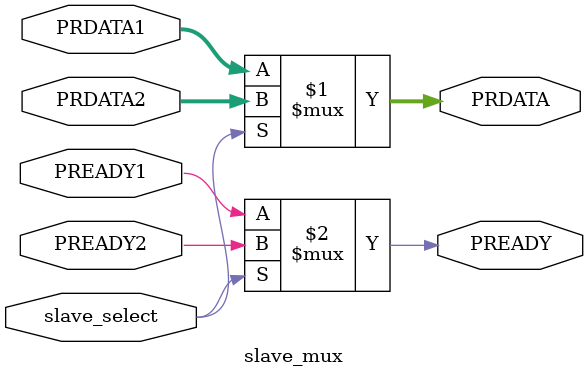
<source format=sv>
module slave_mux(
 	// inputs
 	input PREADY1, PREADY2, slave_select,         
	input [7:0] PRDATA1, PRDATA2,
	// outputs
	output logic [7:0] PRDATA,
	output logic PREADY
);
   
	assign PRDATA = slave_select ? PRDATA2 : PRDATA1;
	assign PREADY = slave_select ? PREADY2 : PREADY1;

endmodule

</source>
